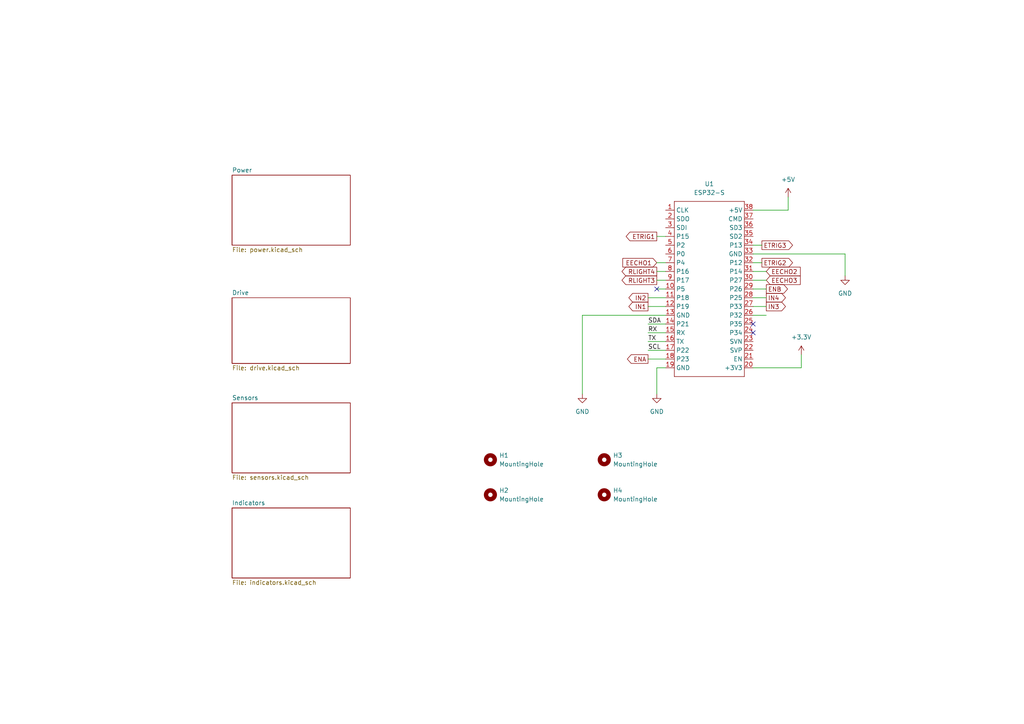
<source format=kicad_sch>
(kicad_sch (version 20211123) (generator eeschema)
  (paper "A4")
  (title_block (title "TECH_WEEK") (date "2022-09-26") (rev "1") (company "0804robot") (comment 1 "Drawn by MK"))
  (lib_symbols
    (symbol "Mechanical:MountingHole" (pin_names (offset 1.016))
      (property "Reference" "H" (at 0 5.08 0))
      (property "Value" "MountingHole" (at 0 3.175 0))
      (symbol "MountingHole_0_1"
        (circle (center 0 0) (radius 1.27) (stroke (width 1.27)))
      )
    )
    (symbol "Userlibrary:ESP32-S"
      (property "Reference" "U" (at 0 0 0))
      (property "Value" "ESP32-S" (at 0 0 0))
      (symbol "ESP32-S_0_1"
        (polyline (pts (xy -10.16 -25.4) (xy 10.16 -25.4)))
        (polyline (pts (xy -10.16 -22.86) (xy -10.16 -25.4)))
        (polyline (pts (xy -10.16 -22.86) (xy -10.16 25.4)))
        (polyline (pts (xy 10.16 -25.4) (xy 10.16 25.4)))
        (polyline (pts (xy 10.16 25.4) (xy -10.16 25.4)))
      )
      (symbol "ESP32-S_1_1"
        (pin input line (at -12.7 22.86 0) (length 2.54) (name "CLK") (number "1"))
        (pin bidirectional line (at -12.7 0 0) (length 2.54) (name "P5") (number "10"))
        (pin bidirectional line (at -12.7 -2.54 0) (length 2.54) (name "P18") (number "11"))
        (pin bidirectional line (at -12.7 -5.08 0) (length 2.54) (name "P19") (number "12"))
        (pin power_in line (at -12.7 -7.62 0) (length 2.54) (name "GND") (number "13"))
        (pin input line (at -12.7 -10.16 0) (length 2.54) (name "P21") (number "14"))
        (pin input line (at -12.7 -12.7 0) (length 2.54) (name "RX") (number "15"))
        (pin input line (at -12.7 -15.24 0) (length 2.54) (name "TX") (number "16"))
        (pin input line (at -12.7 -17.78 0) (length 2.54) (name "P22") (number "17"))
        (pin bidirectional line (at -12.7 -20.32 0) (length 2.54) (name "P23") (number "18"))
        (pin power_in line (at -12.7 -22.86 0) (length 2.54) (name "GND") (number "19"))
        (pin input line (at -12.7 20.32 0) (length 2.54) (name "SDO") (number "2"))
        (pin power_out line (at 12.7 -22.86 180) (length 2.54) (name "+3V3") (number "20"))
        (pin input line (at 12.7 -20.32 180) (length 2.54) (name "EN") (number "21"))
        (pin input line (at 12.7 -17.78 180) (length 2.54) (name "SVP") (number "22"))
        (pin input line (at 12.7 -15.24 180) (length 2.54) (name "SVN") (number "23"))
        (pin bidirectional line (at 12.7 -12.7 180) (length 2.54) (name "P34") (number "24"))
        (pin bidirectional line (at 12.7 -10.16 180) (length 2.54) (name "P35") (number "25"))
        (pin bidirectional line (at 12.7 -7.62 180) (length 2.54) (name "P32") (number "26"))
        (pin bidirectional line (at 12.7 -5.08 180) (length 2.54) (name "P33") (number "27"))
        (pin bidirectional line (at 12.7 -2.54 180) (length 2.54) (name "P25") (number "28"))
        (pin bidirectional line (at 12.7 0 180) (length 2.54) (name "P26") (number "29"))
        (pin input line (at -12.7 17.78 0) (length 2.54) (name "SDI") (number "3"))
        (pin bidirectional line (at 12.7 2.54 180) (length 2.54) (name "P27") (number "30"))
        (pin bidirectional line (at 12.7 5.08 180) (length 2.54) (name "P14") (number "31"))
        (pin bidirectional line (at 12.7 7.62 180) (length 2.54) (name "P12") (number "32"))
        (pin power_in line (at 12.7 10.16 180) (length 2.54) (name "GND") (number "33"))
        (pin bidirectional line (at 12.7 12.7 180) (length 2.54) (name "P13") (number "34"))
        (pin input line (at 12.7 15.24 180) (length 2.54) (name "SD2") (number "35"))
        (pin input line (at 12.7 17.78 180) (length 2.54) (name "SD3") (number "36"))
        (pin input line (at 12.7 20.32 180) (length 2.54) (name "CMD") (number "37"))
        (pin power_in line (at 12.7 22.86 180) (length 2.54) (name "+5V") (number "38"))
        (pin bidirectional line (at -12.7 15.24 0) (length 2.54) (name "P15") (number "4"))
        (pin bidirectional line (at -12.7 12.7 0) (length 2.54) (name "P2") (number "5"))
        (pin input line (at -12.7 10.16 0) (length 2.54) (name "P0") (number "6"))
        (pin bidirectional line (at -12.7 7.62 0) (length 2.54) (name "P4") (number "7"))
        (pin bidirectional line (at -12.7 5.08 0) (length 2.54) (name "P16") (number "8"))
        (pin bidirectional line (at -12.7 2.54 0) (length 2.54) (name "P17") (number "9"))
      )
    )
    (symbol "power:+3.3V" (power) (pin_names (offset 0))
      (property "Value" "+3.3V" (at 0 3.556 0))
      (symbol "+3.3V_0_1"
        (polyline (pts (xy -0.762 1.27) (xy 0 2.54)))
        (polyline (pts (xy 0 0) (xy 0 2.54)))
        (polyline (pts (xy 0 2.54) (xy 0.762 1.27)))
      )
      (symbol "+3.3V_1_1"
        (pin power_in line (at 0 0 90) (length 0) hide (name "+3.3V") (number "1"))
      )
    )
    (symbol "power:+5V" (power) (pin_names (offset 0))
      (property "Value" "+5V" (at 0 3.556 0))
      (symbol "+5V_0_1"
        (polyline (pts (xy -0.762 1.27) (xy 0 2.54)))
        (polyline (pts (xy 0 0) (xy 0 2.54)))
        (polyline (pts (xy 0 2.54) (xy 0.762 1.27)))
      )
      (symbol "+5V_1_1"
        (pin power_in line (at 0 0 90) (length 0) hide (name "+5V") (number "1"))
      )
    )
    (symbol "power:GND" (power) (pin_names (offset 0))
      (property "Value" "GND" (at 0 -3.81 0))
      (symbol "GND_0_1"
        (polyline (pts (xy 0 0) (xy 0 -1.27) (xy 1.27 -1.27) (xy 0 -2.54) (xy -1.27 -1.27) (xy 0 -1.27)))
      )
      (symbol "GND_1_1"
        (pin power_in line (at 0 0 270) (length 0) hide (name "GND") (number "1"))
      )
    )
  )
  (no_connect (at 190.5 83.82))
  (no_connect (at 218.44 93.98))
  (no_connect (at 218.44 96.52))
  (wire (pts (xy 190.5 81.28) (xy 193.04 81.28)))
  (wire (pts (xy 218.44 106.68) (xy 232.41 106.68)))
  (wire (pts (xy 218.44 83.82) (xy 222.25 83.82)))
  (wire (pts (xy 187.96 96.52) (xy 193.04 96.52)))
  (wire (pts (xy 187.96 99.06) (xy 193.04 99.06)))
  (wire (pts (xy 218.44 91.44) (xy 222.25 91.44)))
  (wire (pts (xy 187.96 93.98) (xy 193.04 93.98)))
  (wire (pts (xy 218.44 78.74) (xy 222.25 78.74)))
  (wire (pts (xy 218.44 60.96) (xy 228.6 60.96)))
  (wire (pts (xy 218.44 81.28) (xy 222.25 81.28)))
  (wire (pts (xy 193.04 106.68) (xy 190.5 106.68)))
  (wire (pts (xy 168.91 91.44) (xy 193.04 91.44)))
  (wire (pts (xy 245.11 80.01) (xy 245.11 73.66)))
  (wire (pts (xy 190.5 83.82) (xy 193.04 83.82)))
  (wire (pts (xy 187.96 101.6) (xy 193.04 101.6)))
  (wire (pts (xy 245.11 73.66) (xy 218.44 73.66)))
  (wire (pts (xy 228.6 60.96) (xy 228.6 57.15)))
  (wire (pts (xy 187.96 88.9) (xy 193.04 88.9)))
  (wire (pts (xy 168.91 114.3) (xy 168.91 91.44)))
  (wire (pts (xy 187.96 104.14) (xy 193.04 104.14)))
  (wire (pts (xy 232.41 102.87) (xy 232.41 106.68)))
  (wire (pts (xy 218.44 86.36) (xy 222.25 86.36)))
  (wire (pts (xy 190.5 68.58) (xy 193.04 68.58)))
  (wire (pts (xy 190.5 76.2) (xy 193.04 76.2)))
  (wire (pts (xy 187.96 86.36) (xy 193.04 86.36)))
  (wire (pts (xy 190.5 78.74) (xy 193.04 78.74)))
  (wire (pts (xy 190.5 106.68) (xy 190.5 114.3)))
  (wire (pts (xy 218.44 71.12) (xy 220.98 71.12)))
  (wire (pts (xy 218.44 88.9) (xy 222.25 88.9)))
  (wire (pts (xy 218.44 76.2) (xy 220.98 76.2)))
  (label "SDA" (at 187.96 93.98 0))
  (label "TX" (at 187.96 99.06 0))
  (label "SCL" (at 187.96 101.6 0))
  (label "RX" (at 187.96 96.52 0))
  (global_label "ENA" (shape output) (at 187.96 104.14 180) (property "Intersheet References" "${INTERSHEET_REFS}" (effects hide)))
  (global_label "RLIGHT4" (shape output) (at 190.5 78.74 180) (property "Intersheet References" "${INTERSHEET_REFS}" (effects hide)))
  (global_label "EECHO2" (shape input) (at 222.25 78.74 0) (property "Intersheet References" "${INTERSHEET_REFS}" (effects hide)))
  (global_label "ENB" (shape output) (at 222.25 83.82 0) (property "Intersheet References" "${INTERSHEET_REFS}" (effects hide)))
  (global_label "EECHO1" (shape input) (at 190.5 76.2 180) (property "Intersheet References" "${INTERSHEET_REFS}" (effects hide)))
  (global_label "EECHO3" (shape input) (at 222.25 81.28 0) (property "Intersheet References" "${INTERSHEET_REFS}" (effects hide)))
  (global_label "IN2" (shape output) (at 187.96 86.36 180) (property "Intersheet References" "${INTERSHEET_REFS}" (effects hide)))
  (global_label "ETRIG1" (shape output) (at 190.5 68.58 180) (property "Intersheet References" "${INTERSHEET_REFS}" (effects hide)))
  (global_label "IN1" (shape output) (at 187.96 88.9 180) (property "Intersheet References" "${INTERSHEET_REFS}" (effects hide)))
  (global_label "IN4" (shape output) (at 222.25 86.36 0) (property "Intersheet References" "${INTERSHEET_REFS}" (effects hide)))
  (global_label "IN3" (shape output) (at 222.25 88.9 0) (property "Intersheet References" "${INTERSHEET_REFS}" (effects hide)))
  (global_label "ETRIG2" (shape output) (at 220.98 76.2 0) (property "Intersheet References" "${INTERSHEET_REFS}" (effects hide)))
  (global_label "ETRIG3" (shape output) (at 220.98 71.12 0) (property "Intersheet References" "${INTERSHEET_REFS}" (effects hide)))
  (global_label "RLIGHT3" (shape output) (at 190.5 81.28 180) (property "Intersheet References" "${INTERSHEET_REFS}" (effects hide)))
  (symbol (lib_id "Mechanical:MountingHole") (at 175.26 133.35 0) (unit 1)
    (property "Reference" "H3" (at 177.8 132.0799 0) (effects (justify left)))
    (property "Value" "MountingHole" (at 177.8 134.6199 0) (effects (justify left)))
    (property "Footprint" "MountingHole:MountingHole_2.5mm" (effects hide))
  )
  (symbol (lib_id "Mechanical:MountingHole") (at 142.24 133.35 0) (unit 1)
    (property "Reference" "H1" (at 144.78 132.0799 0) (effects (justify left)))
    (property "Value" "MountingHole" (at 144.78 134.6199 0) (effects (justify left)))
    (property "Footprint" "MountingHole:MountingHole_2.5mm" (effects hide))
  )
  (symbol (lib_id "Mechanical:MountingHole") (at 142.24 143.51 0) (unit 1)
    (property "Reference" "H2" (at 144.78 142.2399 0) (effects (justify left)))
    (property "Value" "MountingHole" (at 144.78 144.7799 0) (effects (justify left)))
    (property "Footprint" "MountingHole:MountingHole_2.5mm" (effects hide))
  )
  (symbol (lib_id "power:GND") (at 168.91 114.3 0) (unit 1)
    (property "Reference" "#PWR0145" (effects hide))
    (property "Value" "GND" (at 168.91 119.38 0))
  )
  (symbol (lib_id "Mechanical:MountingHole") (at 175.26 143.51 0) (unit 1)
    (property "Reference" "H4" (at 177.8 142.2399 0) (effects (justify left)))
    (property "Value" "MountingHole" (at 177.8 144.7799 0) (effects (justify left)))
    (property "Footprint" "MountingHole:MountingHole_2.5mm" (effects hide))
  )
  (symbol (lib_id "power:+5V") (at 228.6 57.15 0) (unit 1)
    (property "Reference" "#PWR0101" (effects hide))
    (property "Value" "+5V" (at 228.6 52.07 0))
  )
  (symbol (lib_id "power:+3.3V") (at 232.41 102.87 0) (unit 1)
    (property "Reference" "#PWR0102" (effects hide))
    (property "Value" "+3.3V" (at 232.41 97.79 0))
  )
  (symbol (lib_id "power:GND") (at 245.11 80.01 0) (unit 1)
    (property "Reference" "#PWR0144" (effects hide))
    (property "Value" "GND" (at 245.11 85.09 0))
  )
  (symbol (lib_id "power:GND") (at 190.5 114.3 0) (unit 1)
    (property "Reference" "#PWR0103" (effects hide))
    (property "Value" "GND" (at 190.5 119.38 0))
  )
  (symbol (lib_id "Userlibrary:ESP32-S") (at 205.74 83.82 0) (unit 1) (in_bom no)
    (property "Reference" "U1" (at 205.74 53.34 0))
    (property "Value" "ESP32-S" (at 205.74 55.88 0))
    (property "Footprint" "UserLibrary:ESP32-S" (effects hide))
    (property "Datasheet" "https://docs.ai-thinker.com/_media/esp32/docs/nodemcu-32s_product_specification.pdf" (effects hide))
    (property "Nerokas link" "https://store.nerokas.co.ke/index.php?route=product/product&product_id=2281&search=esp32&description=true" (effects hide))
  )
  (sheet (at 67.31 147.32) (size 34.29 20.32) (stroke (width 0.1524))
    (property "Sheet name" "Indicators" (at 67.31 146.6084 0) (effects (justify left bottom)))
    (property "Sheet file" "indicators.kicad_sch" (at 67.31 168.2246 0) (effects (justify left top)))
  )
  (sheet (at 67.31 86.36) (size 34.29 19.05) (stroke (width 0.1524))
    (property "Sheet name" "Drive" (at 67.31 85.6484 0) (effects (justify left bottom)))
    (property "Sheet file" "drive.kicad_sch" (at 67.31 105.9946 0) (effects (justify left top)))
  )
  (sheet (at 67.31 50.8) (size 34.29 20.32) (stroke (width 0.1524))
    (property "Sheet name" "Power" (at 67.31 50.0884 0) (effects (justify left bottom)))
    (property "Sheet file" "power.kicad_sch" (at 67.31 71.7046 0) (effects (justify left top)))
  )
  (sheet (at 67.31 116.84) (size 34.29 20.32) (stroke (width 0.1524))
    (property "Sheet name" "Sensors" (at 67.31 116.1284 0) (effects (justify left bottom)))
    (property "Sheet file" "sensors.kicad_sch" (at 67.31 137.7446 0) (effects (justify left top)))
  )
)
</source>
